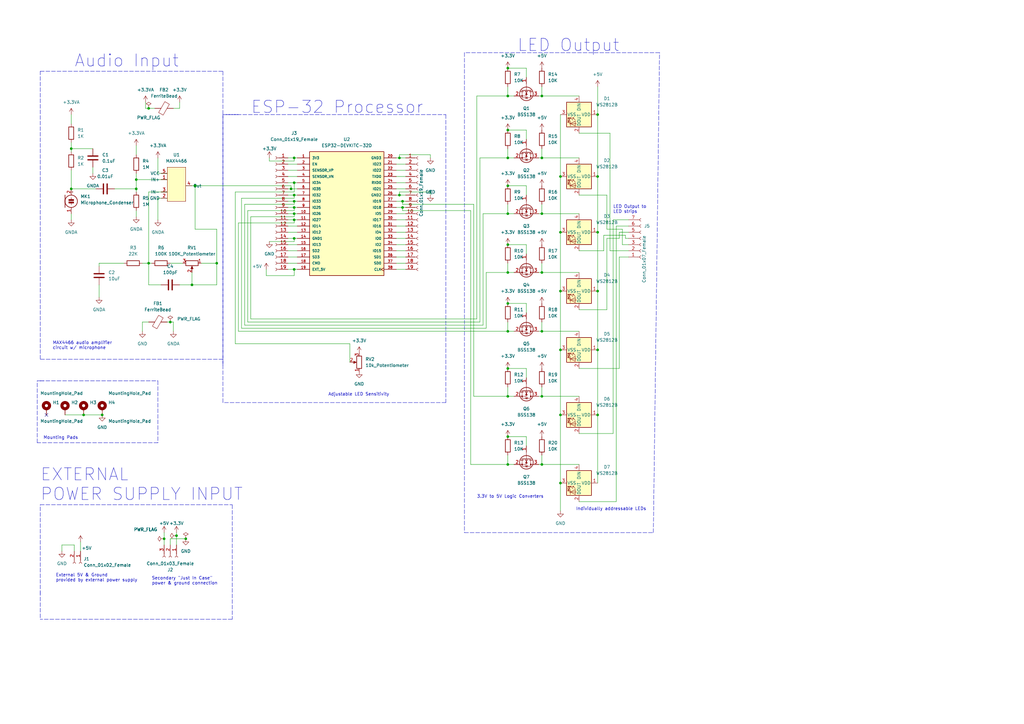
<source format=kicad_sch>
(kicad_sch (version 20211123) (generator eeschema)
  (paper "A3")
  (title_block (title "Smart Dance Party Tower") (date "2022-11-12") (rev "6") (company "Group 6") (comment 1 "Schematic could use more comments") (comment 2 "Electrically complete"))
  (lib_symbols
    (symbol "Connector:Conn_01x02_Female" (pin_names (offset 1.016) hide)
      (property "Reference" "J" (at 0 2.54 0))
      (property "Value" "Conn_01x02_Female" (at 0 -5.08 0))
      (symbol "Conn_01x02_Female_1_1"
        (pin passive line (at -5.08 0 0) (length 3.81) (name "Pin_1") (number "1"))
        (pin passive line (at -5.08 -2.54 0) (length 3.81) (name "Pin_2") (number "2"))
      )
    )
    (symbol "Connector:Conn_01x03_Female" (pin_names (offset 1.016) hide)
      (property "Reference" "J" (at 0 5.08 0))
      (property "Value" "Conn_01x03_Female" (at 0 -5.08 0))
      (symbol "Conn_01x03_Female_1_1"
        (pin passive line (at -5.08 2.54 0) (length 3.81) (name "Pin_1") (number "1"))
        (pin passive line (at -5.08 0 0) (length 3.81) (name "Pin_2") (number "2"))
        (pin passive line (at -5.08 -2.54 0) (length 3.81) (name "Pin_3") (number "3"))
      )
    )
    (symbol "Connector:Conn_01x07_Female" (pin_names (offset 1.016) hide)
      (property "Reference" "J" (at 0 10.16 0))
      (property "Value" "Conn_01x07_Female" (at 0 -10.16 0))
      (symbol "Conn_01x07_Female_1_1"
        (pin passive line (at -5.08 7.62 0) (length 3.81) (name "Pin_1") (number "1"))
        (pin passive line (at -5.08 5.08 0) (length 3.81) (name "Pin_2") (number "2"))
        (pin passive line (at -5.08 2.54 0) (length 3.81) (name "Pin_3") (number "3"))
        (pin passive line (at -5.08 0 0) (length 3.81) (name "Pin_4") (number "4"))
        (pin passive line (at -5.08 -2.54 0) (length 3.81) (name "Pin_5") (number "5"))
        (pin passive line (at -5.08 -5.08 0) (length 3.81) (name "Pin_6") (number "6"))
        (pin passive line (at -5.08 -7.62 0) (length 3.81) (name "Pin_7") (number "7"))
      )
    )
    (symbol "Connector:Conn_01x19_Female" (pin_names (offset 1.016) hide)
      (property "Reference" "J" (at 0 25.4 0))
      (property "Value" "Conn_01x19_Female" (at 0 -25.4 0))
      (symbol "Conn_01x19_Female_1_1"
        (pin passive line (at -5.08 22.86 0) (length 3.81) (name "Pin_1") (number "1"))
        (pin passive line (at -5.08 0 0) (length 3.81) (name "Pin_10") (number "10"))
        (pin passive line (at -5.08 -2.54 0) (length 3.81) (name "Pin_11") (number "11"))
        (pin passive line (at -5.08 -5.08 0) (length 3.81) (name "Pin_12") (number "12"))
        (pin passive line (at -5.08 -7.62 0) (length 3.81) (name "Pin_13") (number "13"))
        (pin passive line (at -5.08 -10.16 0) (length 3.81) (name "Pin_14") (number "14"))
        (pin passive line (at -5.08 -12.7 0) (length 3.81) (name "Pin_15") (number "15"))
        (pin passive line (at -5.08 -15.24 0) (length 3.81) (name "Pin_16") (number "16"))
        (pin passive line (at -5.08 -17.78 0) (length 3.81) (name "Pin_17") (number "17"))
        (pin passive line (at -5.08 -20.32 0) (length 3.81) (name "Pin_18") (number "18"))
        (pin passive line (at -5.08 -22.86 0) (length 3.81) (name "Pin_19") (number "19"))
        (pin passive line (at -5.08 20.32 0) (length 3.81) (name "Pin_2") (number "2"))
        (pin passive line (at -5.08 17.78 0) (length 3.81) (name "Pin_3") (number "3"))
        (pin passive line (at -5.08 15.24 0) (length 3.81) (name "Pin_4") (number "4"))
        (pin passive line (at -5.08 12.7 0) (length 3.81) (name "Pin_5") (number "5"))
        (pin passive line (at -5.08 10.16 0) (length 3.81) (name "Pin_6") (number "6"))
        (pin passive line (at -5.08 7.62 0) (length 3.81) (name "Pin_7") (number "7"))
        (pin passive line (at -5.08 5.08 0) (length 3.81) (name "Pin_8") (number "8"))
        (pin passive line (at -5.08 2.54 0) (length 3.81) (name "Pin_9") (number "9"))
      )
    )
    (symbol "Custom_Parts:MAX4466"
      (property "Reference" "U" (at 0 0 0))
      (property "Value" "MAX4466" (at 0 -16.51 0))
      (symbol "MAX4466_1_1"
        (pin input line (at -3.81 -6.35 180) (length 2.54) (name "IN+") (number "1"))
        (pin input line (at -3.81 -13.97 180) (length 2.54) (name "GND") (number "2"))
        (pin input line (at -3.81 -11.43 180) (length 2.54) (name "IN-") (number "3"))
        (pin output line (at 3.81 -8.89 0) (length 2.54) (name "Out") (number "4"))
        (pin input line (at -3.81 -3.81 180) (length 2.54) (name "VCC") (number "5"))
      )
    )
    (symbol "Device:C" (pin_numbers hide) (pin_names (offset 0.254))
      (property "Reference" "C" (at 0.635 2.54 0))
      (property "Value" "C" (at 0.635 -2.54 0))
      (symbol "C_1_1"
        (pin passive line (at 0 3.81 270) (length 2.794) (name "~") (number "1"))
        (pin passive line (at 0 -3.81 90) (length 2.794) (name "~") (number "2"))
      )
    )
    (symbol "Device:FerriteBead" (pin_numbers hide) (pin_names (offset 0))
      (property "Reference" "FB" (at -3.81 0.635 90))
      (property "Value" "FerriteBead" (at 3.81 0 90))
      (symbol "FerriteBead_1_1"
        (pin passive line (at 0 3.81 270) (length 2.54) (name "~") (number "1"))
        (pin passive line (at 0 -3.81 90) (length 2.54) (name "~") (number "2"))
      )
    )
    (symbol "Device:Microphone_Condenser" (pin_names (offset 0.0254) hide)
      (property "Reference" "MK" (at -3.302 1.27 0))
      (property "Value" "Microphone_Condenser" (at -3.302 -0.635 0))
      (symbol "Microphone_Condenser_1_1"
        (pin passive line (at 0 -5.08 90) (length 2.54) (name "-") (number "1"))
        (pin passive line (at 0 5.08 270) (length 2.54) (name "+") (number "2"))
      )
    )
    (symbol "Device:R" (pin_numbers hide) (pin_names (offset 0))
      (property "Reference" "R" (at 2.032 0 90))
      (property "Value" "R" (at 0 0 90))
      (symbol "R_1_1"
        (pin passive line (at 0 3.81 270) (length 1.27) (name "~") (number "1"))
        (pin passive line (at 0 -3.81 90) (length 1.27) (name "~") (number "2"))
      )
    )
    (symbol "Device:R_Potentiometer" (pin_names (offset 1.016) hide)
      (property "Reference" "RV" (at -4.445 0 90))
      (property "Value" "R_Potentiometer" (at -2.54 0 90))
      (symbol "R_Potentiometer_1_1"
        (pin passive line (at 0 3.81 270) (length 1.27) (name "1") (number "1"))
        (pin passive line (at 3.81 0 180) (length 1.27) (name "2") (number "2"))
        (pin passive line (at 0 -3.81 90) (length 1.27) (name "3") (number "3"))
      )
    )
    (symbol "ESP32-DEVKITC-32D:ESP32-DEVKITC-32D" (pin_names (offset 1.016))
      (property "Reference" "U" (at -15.2654 26.0604 0))
      (property "Value" "ESP32-DEVKITC-32D" (at -15.2654 -27.9654 0))
      (symbol "ESP32-DEVKITC-32D_0_0"
        (pin power_in line (at -20.32 22.86 0) (length 5.08) (name "3V3") (number "1"))
        (pin bidirectional line (at -20.32 0 0) (length 5.08) (name "IO26") (number "10"))
        (pin bidirectional line (at -20.32 -2.54 0) (length 5.08) (name "IO27") (number "11"))
        (pin bidirectional line (at -20.32 -5.08 0) (length 5.08) (name "IO14") (number "12"))
        (pin bidirectional line (at -20.32 -7.62 0) (length 5.08) (name "IO12") (number "13"))
        (pin power_in line (at -20.32 -10.16 0) (length 5.08) (name "GND1") (number "14"))
        (pin bidirectional line (at -20.32 -12.7 0) (length 5.08) (name "IO13") (number "15"))
        (pin bidirectional line (at -20.32 -15.24 0) (length 5.08) (name "SD2") (number "16"))
        (pin bidirectional line (at -20.32 -17.78 0) (length 5.08) (name "SD3") (number "17"))
        (pin bidirectional line (at -20.32 -20.32 0) (length 5.08) (name "CMD") (number "18"))
        (pin power_in line (at -20.32 -22.86 0) (length 5.08) (name "EXT_5V") (number "19"))
        (pin input line (at -20.32 20.32 0) (length 5.08) (name "EN") (number "2"))
        (pin power_in line (at 20.32 22.86 180) (length 5.08) (name "GND3") (number "20"))
        (pin bidirectional line (at 20.32 20.32 180) (length 5.08) (name "IO23") (number "21"))
        (pin bidirectional line (at 20.32 17.78 180) (length 5.08) (name "IO22") (number "22"))
        (pin output line (at 20.32 15.24 180) (length 5.08) (name "TXD0") (number "23"))
        (pin input line (at 20.32 12.7 180) (length 5.08) (name "RXD0") (number "24"))
        (pin bidirectional line (at 20.32 10.16 180) (length 5.08) (name "IO21") (number "25"))
        (pin power_in line (at 20.32 7.62 180) (length 5.08) (name "GND2") (number "26"))
        (pin bidirectional line (at 20.32 5.08 180) (length 5.08) (name "IO19") (number "27"))
        (pin bidirectional line (at 20.32 2.54 180) (length 5.08) (name "IO18") (number "28"))
        (pin bidirectional line (at 20.32 0 180) (length 5.08) (name "IO5") (number "29"))
        (pin input line (at -20.32 17.78 0) (length 5.08) (name "SENSOR_VP") (number "3"))
        (pin bidirectional line (at 20.32 -2.54 180) (length 5.08) (name "IO17") (number "30"))
        (pin bidirectional line (at 20.32 -5.08 180) (length 5.08) (name "IO16") (number "31"))
        (pin bidirectional line (at 20.32 -7.62 180) (length 5.08) (name "IO4") (number "32"))
        (pin bidirectional line (at 20.32 -10.16 180) (length 5.08) (name "IO0") (number "33"))
        (pin bidirectional line (at 20.32 -12.7 180) (length 5.08) (name "IO2") (number "34"))
        (pin bidirectional line (at 20.32 -15.24 180) (length 5.08) (name "IO15") (number "35"))
        (pin bidirectional line (at 20.32 -17.78 180) (length 5.08) (name "SD1") (number "36"))
        (pin bidirectional line (at 20.32 -20.32 180) (length 5.08) (name "SD0") (number "37"))
        (pin input clock (at 20.32 -22.86 180) (length 5.08) (name "CLK") (number "38"))
        (pin input line (at -20.32 15.24 0) (length 5.08) (name "SENSOR_VN") (number "4"))
        (pin bidirectional line (at -20.32 12.7 0) (length 5.08) (name "IO34") (number "5"))
        (pin bidirectional line (at -20.32 10.16 0) (length 5.08) (name "IO35") (number "6"))
        (pin bidirectional line (at -20.32 7.62 0) (length 5.08) (name "IO32") (number "7"))
        (pin bidirectional line (at -20.32 5.08 0) (length 5.08) (name "IO33") (number "8"))
        (pin bidirectional line (at -20.32 2.54 0) (length 5.08) (name "IO25") (number "9"))
      )
    )
    (symbol "LED:WS2812B" (pin_names (offset 0.254))
      (property "Reference" "D" (at 5.08 5.715 0))
      (property "Value" "WS2812B" (at 1.27 -5.715 0))
      (symbol "WS2812B_0_0"
        (text "RGB" (at 2.286 -4.191 0) (effects (font (size 0.762 0.762))))
      )
      (symbol "WS2812B_1_1"
        (pin power_in line (at 0 7.62 270) (length 2.54) (name "VDD") (number "1"))
        (pin output line (at 7.62 0 180) (length 2.54) (name "DOUT") (number "2"))
        (pin power_in line (at 0 -7.62 90) (length 2.54) (name "VSS") (number "3"))
        (pin input line (at -7.62 0 0) (length 2.54) (name "DIN") (number "4"))
      )
    )
    (symbol "Mechanical:MountingHole_Pad" (pin_numbers hide) (pin_names (offset 1.016) hide)
      (property "Reference" "H" (at 0 6.35 0))
      (property "Value" "MountingHole_Pad" (at 0 4.445 0))
      (symbol "MountingHole_Pad_1_1"
        (pin input line (at 0 -2.54 90) (length 2.54) (name "1") (number "1"))
      )
    )
    (symbol "Transistor_FET:BSS138" (pin_names hide)
      (property "Reference" "Q" (at 5.08 1.905 0))
      (property "Value" "BSS138" (at 5.08 0 0))
      (symbol "BSS138_1_1"
        (pin input line (at -5.08 0 0) (length 2.54) (name "G") (number "1"))
        (pin passive line (at 2.54 -5.08 90) (length 2.54) (name "S") (number "2"))
        (pin passive line (at 2.54 5.08 270) (length 2.54) (name "D") (number "3"))
      )
    )
    (symbol "power:+3.3V" (power) (pin_names (offset 0))
      (property "Value" "+3.3V" (at 0 3.556 0))
      (symbol "+3.3V_1_1"
        (pin power_in line (at 0 0 90) (length 0) hide (name "+3.3V") (number "1"))
      )
    )
    (symbol "power:+3.3VA" (power) (pin_names (offset 0))
      (property "Value" "+3.3VA" (at 0 3.556 0))
      (symbol "+3.3VA_1_1"
        (pin power_in line (at 0 0 90) (length 0) hide (name "+3.3VA") (number "1"))
      )
    )
    (symbol "power:+5V" (power) (pin_names (offset 0))
      (property "Value" "+5V" (at 0 3.556 0))
      (symbol "+5V_1_1"
        (pin power_in line (at 0 0 90) (length 0) hide (name "+5V") (number "1"))
      )
    )
    (symbol "power:GND" (power) (pin_names (offset 0))
      (property "Value" "GND" (at 0 -3.81 0))
      (symbol "GND_1_1"
        (pin power_in line (at 0 0 270) (length 0) hide (name "GND") (number "1"))
      )
    )
    (symbol "power:GNDA" (power) (pin_names (offset 0))
      (property "Value" "GNDA" (at 0 -3.81 0))
      (symbol "GNDA_1_1"
        (pin power_in line (at 0 0 270) (length 0) hide (name "GNDA") (number "1"))
      )
    )
    (symbol "power:PWR_FLAG" (power) (pin_numbers hide) (pin_names (offset 0) hide)
      (property "Value" "PWR_FLAG" (at 0 3.81 0))
      (symbol "PWR_FLAG_0_0"
        (pin power_out line (at 0 0 90) (length 0) (name "pwr") (number "1"))
      )
    )
  )
  (junction (at 229.87 170.18))
  (junction (at 208.28 39.37))
  (junction (at 163.83 64.77))
  (junction (at 245.11 170.18))
  (junction (at 208.28 87.63))
  (junction (at 222.25 162.56))
  (junction (at 208.28 53.34))
  (junction (at 34.29 170.18))
  (junction (at 163.83 80.01))
  (junction (at 222.25 135.89))
  (junction (at 208.28 111.76))
  (junction (at 29.21 60.96))
  (junction (at 222.25 87.63))
  (junction (at 69.85 132.08))
  (junction (at 208.28 100.33))
  (junction (at 229.87 119.38))
  (junction (at 80.01 76.2))
  (junction (at 208.28 151.13))
  (junction (at 208.28 135.89))
  (junction (at 78.74 116.84))
  (junction (at 208.28 27.94))
  (junction (at 229.87 198.12))
  (junction (at 120.65 87.63))
  (junction (at 245.11 72.39))
  (junction (at 120.65 80.01))
  (junction (at 120.65 85.09))
  (junction (at 229.87 72.39))
  (junction (at 41.91 170.18))
  (junction (at 76.2 220.98))
  (junction (at 245.11 143.51))
  (junction (at 165.1 85.09))
  (junction (at 222.25 190.5))
  (junction (at 245.11 46.99))
  (junction (at 222.25 111.76))
  (junction (at 120.65 110.49))
  (junction (at 120.65 74.93))
  (junction (at 208.28 179.07))
  (junction (at 88.9 107.95))
  (junction (at 165.1 82.55))
  (junction (at 119.38 77.47))
  (junction (at 72.39 219.71))
  (junction (at 120.65 97.79))
  (junction (at 245.11 95.25))
  (junction (at 208.28 64.77))
  (junction (at 245.11 119.38))
  (junction (at 29.21 77.47))
  (junction (at 229.87 143.51))
  (junction (at 55.88 77.47))
  (junction (at 208.28 124.46))
  (junction (at 55.88 73.66))
  (junction (at 222.25 64.77))
  (junction (at 60.96 107.95))
  (junction (at 120.65 82.55))
  (junction (at 208.28 76.2))
  (junction (at 120.65 64.77))
  (junction (at 67.31 220.98))
  (junction (at 60.96 44.45))
  (junction (at 208.28 162.56))
  (junction (at 208.28 190.5))
  (junction (at 229.87 95.25))
  (junction (at 120.65 90.17))
  (junction (at 222.25 39.37))
  (no_connect (at 19.05 170.18))
  (wire (pts (xy 38.1 68.58) (xy 38.1 71.12)))
  (wire (pts (xy 215.9 57.15) (xy 215.9 53.34)))
  (wire (pts (xy 222.25 135.89) (xy 222.25 132.08)))
  (wire (pts (xy 118.11 72.39) (xy 121.92 72.39)))
  (wire (pts (xy 97.79 135.89) (xy 97.79 91.44)))
  (wire (pts (xy 102.87 88.9) (xy 120.65 88.9)))
  (wire (pts (xy 120.65 99.06) (xy 110.49 99.06)))
  (wire (pts (xy 120.65 81.28) (xy 120.65 80.01)))
  (wire (pts (xy 237.49 177.8) (xy 251.46 177.8)))
  (wire (pts (xy 215.9 128.27) (xy 215.9 124.46)))
  (wire (pts (xy 101.6 86.36) (xy 120.65 86.36)))
  (wire (pts (xy 245.11 170.18) (xy 245.11 198.12)))
  (wire (pts (xy 208.28 87.63) (xy 208.28 83.82)))
  (wire (pts (xy 88.9 107.95) (xy 82.55 107.95)))
  (wire (pts (xy 222.25 162.56) (xy 237.49 162.56)))
  (wire (pts (xy 118.11 107.95) (xy 121.92 107.95)))
  (wire (pts (xy 118.11 82.55) (xy 120.65 82.55)))
  (wire (pts (xy 251.46 90.17) (xy 251.46 177.8)))
  (wire (pts (xy 162.56 82.55) (xy 165.1 82.55)))
  (wire (pts (xy 199.39 111.76) (xy 199.39 134.62)))
  (wire (pts (xy 215.9 182.88) (xy 215.9 179.07)))
  (wire (pts (xy 80.01 93.98) (xy 88.9 93.98)))
  (polyline (pts (xy 95.25 207.01) (xy 95.25 254)))
  (wire (pts (xy 229.87 95.25) (xy 229.87 119.38)))
  (wire (pts (xy 60.96 107.95) (xy 62.23 107.95)))
  (wire (pts (xy 64.77 64.77) (xy 64.77 71.12)))
  (wire (pts (xy 162.56 85.09) (xy 165.1 85.09)))
  (wire (pts (xy 237.49 80.01) (xy 248.92 80.01)))
  (wire (pts (xy 118.11 110.49) (xy 120.65 110.49)))
  (wire (pts (xy 120.65 110.49) (xy 120.65 113.03)))
  (wire (pts (xy 162.56 92.71) (xy 166.37 92.71)))
  (polyline (pts (xy 16.51 243.84) (xy 16.51 207.01)))
  (wire (pts (xy 120.65 85.09) (xy 121.92 85.09)))
  (wire (pts (xy 222.25 190.5) (xy 237.49 190.5)))
  (wire (pts (xy 229.87 46.99) (xy 229.87 72.39)))
  (wire (pts (xy 118.11 97.79) (xy 120.65 97.79)))
  (wire (pts (xy 163.83 78.74) (xy 163.83 80.01)))
  (wire (pts (xy 162.56 80.01) (xy 163.83 80.01)))
  (wire (pts (xy 247.65 96.52) (xy 247.65 102.87)))
  (wire (pts (xy 30.48 226.06) (xy 30.48 223.52)))
  (wire (pts (xy 118.11 64.77) (xy 120.65 64.77)))
  (wire (pts (xy 88.9 107.95) (xy 88.9 116.84)))
  (wire (pts (xy 118.11 105.41) (xy 121.92 105.41)))
  (wire (pts (xy 222.25 87.63) (xy 237.49 87.63)))
  (wire (pts (xy 162.56 95.25) (xy 166.37 95.25)))
  (wire (pts (xy 176.53 64.77) (xy 176.53 63.5)))
  (polyline (pts (xy 16.51 242.57) (xy 16.51 254)))
  (wire (pts (xy 118.11 77.47) (xy 119.38 77.47)))
  (wire (pts (xy 97.79 91.44) (xy 120.65 91.44)))
  (wire (pts (xy 245.11 143.51) (xy 245.11 170.18)))
  (wire (pts (xy 165.1 82.55) (xy 166.37 82.55)))
  (wire (pts (xy 248.92 80.01) (xy 248.92 93.98)))
  (wire (pts (xy 64.77 90.17) (xy 64.77 81.28)))
  (wire (pts (xy 176.53 78.74) (xy 163.83 78.74)))
  (wire (pts (xy 102.87 130.81) (xy 102.87 88.9)))
  (wire (pts (xy 58.42 132.08) (xy 58.42 135.89)))
  (wire (pts (xy 67.31 218.44) (xy 67.31 220.98)))
  (polyline (pts (xy 16.51 147.32) (xy 16.51 29.21)))
  (wire (pts (xy 40.64 116.84) (xy 40.64 121.92)))
  (wire (pts (xy 245.11 72.39) (xy 245.11 95.25)))
  (wire (pts (xy 120.65 90.17) (xy 121.92 90.17)))
  (polyline (pts (xy 182.88 165.1) (xy 91.44 165.1)))
  (wire (pts (xy 162.56 64.77) (xy 163.83 64.77)))
  (wire (pts (xy 210.82 111.76) (xy 208.28 111.76)))
  (wire (pts (xy 55.88 71.12) (xy 55.88 73.66)))
  (wire (pts (xy 176.53 80.01) (xy 176.53 78.74)))
  (wire (pts (xy 194.31 162.56) (xy 194.31 83.82)))
  (wire (pts (xy 162.56 69.85) (xy 166.37 69.85)))
  (wire (pts (xy 64.77 71.12) (xy 68.58 71.12)))
  (wire (pts (xy 78.74 116.84) (xy 78.74 111.76)))
  (wire (pts (xy 29.21 46.99) (xy 29.21 50.8)))
  (polyline (pts (xy 270.51 21.59) (xy 190.5 21.59)))
  (wire (pts (xy 109.22 113.03) (xy 109.22 110.49)))
  (wire (pts (xy 215.9 76.2) (xy 208.28 76.2)))
  (wire (pts (xy 72.39 218.44) (xy 72.39 219.71)))
  (wire (pts (xy 162.56 90.17) (xy 166.37 90.17)))
  (wire (pts (xy 66.04 116.84) (xy 60.96 116.84)))
  (wire (pts (xy 229.87 143.51) (xy 229.87 170.18)))
  (wire (pts (xy 220.98 87.63) (xy 222.25 87.63)))
  (wire (pts (xy 165.1 86.36) (xy 165.1 85.09)))
  (wire (pts (xy 162.56 105.41) (xy 166.37 105.41)))
  (wire (pts (xy 162.56 74.93) (xy 166.37 74.93)))
  (wire (pts (xy 118.11 74.93) (xy 120.65 74.93)))
  (polyline (pts (xy 267.97 218.44) (xy 270.51 21.59)))
  (wire (pts (xy 96.52 78.74) (xy 120.65 78.74)))
  (wire (pts (xy 60.96 132.08) (xy 58.42 132.08)))
  (wire (pts (xy 215.9 53.34) (xy 208.28 53.34)))
  (wire (pts (xy 120.65 64.77) (xy 121.92 64.77)))
  (wire (pts (xy 222.25 39.37) (xy 222.25 35.56)))
  (wire (pts (xy 162.56 100.33) (xy 166.37 100.33)))
  (wire (pts (xy 215.9 179.07) (xy 208.28 179.07)))
  (wire (pts (xy 120.65 80.01) (xy 121.92 80.01)))
  (polyline (pts (xy 15.24 181.61) (xy 15.24 156.21)))
  (wire (pts (xy 237.49 127) (xy 248.92 127)))
  (wire (pts (xy 120.65 97.79) (xy 121.92 97.79)))
  (wire (pts (xy 50.8 107.95) (xy 40.64 107.95)))
  (wire (pts (xy 118.11 90.17) (xy 120.65 90.17)))
  (wire (pts (xy 59.69 44.45) (xy 59.69 41.91)))
  (wire (pts (xy 69.85 220.98) (xy 76.2 220.98)))
  (wire (pts (xy 76.2 76.2) (xy 80.01 76.2)))
  (wire (pts (xy 215.9 27.94) (xy 208.28 27.94)))
  (wire (pts (xy 220.98 64.77) (xy 222.25 64.77)))
  (wire (pts (xy 193.04 86.36) (xy 165.1 86.36)))
  (wire (pts (xy 195.58 39.37) (xy 208.28 39.37)))
  (polyline (pts (xy 95.25 254) (xy 16.51 254)))
  (wire (pts (xy 208.28 162.56) (xy 208.28 158.75)))
  (wire (pts (xy 210.82 135.89) (xy 208.28 135.89)))
  (wire (pts (xy 229.87 72.39) (xy 229.87 95.25)))
  (wire (pts (xy 229.87 170.18) (xy 229.87 198.12)))
  (polyline (pts (xy 16.51 156.21) (xy 64.77 156.21)))
  (wire (pts (xy 119.38 77.47) (xy 121.92 77.47)))
  (wire (pts (xy 55.88 73.66) (xy 68.58 73.66)))
  (wire (pts (xy 163.83 63.5) (xy 163.83 64.77)))
  (wire (pts (xy 46.99 77.47) (xy 55.88 77.47)))
  (polyline (pts (xy 91.44 29.21) (xy 91.44 149.86)))
  (wire (pts (xy 208.28 190.5) (xy 208.28 186.69)))
  (wire (pts (xy 118.11 85.09) (xy 120.65 85.09)))
  (wire (pts (xy 198.12 87.63) (xy 208.28 87.63)))
  (wire (pts (xy 162.56 72.39) (xy 166.37 72.39)))
  (wire (pts (xy 245.11 46.99) (xy 245.11 72.39)))
  (wire (pts (xy 80.01 76.2) (xy 119.38 76.2)))
  (wire (pts (xy 251.46 90.17) (xy 257.81 90.17)))
  (wire (pts (xy 196.85 132.08) (xy 101.6 132.08)))
  (wire (pts (xy 118.11 102.87) (xy 121.92 102.87)))
  (wire (pts (xy 119.38 76.2) (xy 119.38 77.47)))
  (wire (pts (xy 120.65 86.36) (xy 120.65 85.09)))
  (polyline (pts (xy 15.24 156.21) (xy 17.78 156.21)))
  (wire (pts (xy 248.92 97.79) (xy 254 97.79)))
  (wire (pts (xy 247.65 96.52) (xy 256.54 96.52)))
  (wire (pts (xy 80.01 76.2) (xy 80.01 93.98)))
  (wire (pts (xy 210.82 87.63) (xy 208.28 87.63)))
  (wire (pts (xy 118.11 69.85) (xy 121.92 69.85)))
  (wire (pts (xy 110.49 66.04) (xy 120.65 66.04)))
  (wire (pts (xy 88.9 93.98) (xy 88.9 107.95)))
  (wire (pts (xy 143.51 148.59) (xy 143.51 140.97)))
  (wire (pts (xy 222.25 64.77) (xy 237.49 64.77)))
  (wire (pts (xy 208.28 162.56) (xy 194.31 162.56)))
  (wire (pts (xy 29.21 77.47) (xy 39.37 77.47)))
  (wire (pts (xy 250.19 54.61) (xy 250.19 102.87)))
  (wire (pts (xy 100.33 133.35) (xy 100.33 83.82)))
  (wire (pts (xy 195.58 130.81) (xy 102.87 130.81)))
  (wire (pts (xy 198.12 87.63) (xy 198.12 133.35)))
  (wire (pts (xy 118.11 100.33) (xy 121.92 100.33)))
  (wire (pts (xy 162.56 67.31) (xy 166.37 67.31)))
  (wire (pts (xy 55.88 59.69) (xy 55.88 63.5)))
  (wire (pts (xy 162.56 107.95) (xy 166.37 107.95)))
  (wire (pts (xy 198.12 133.35) (xy 100.33 133.35)))
  (wire (pts (xy 118.11 87.63) (xy 120.65 87.63)))
  (wire (pts (xy 96.52 140.97) (xy 96.52 78.74)))
  (wire (pts (xy 55.88 77.47) (xy 55.88 78.74)))
  (wire (pts (xy 143.51 140.97) (xy 96.52 140.97)))
  (wire (pts (xy 99.06 81.28) (xy 120.65 81.28)))
  (wire (pts (xy 255.27 100.33) (xy 257.81 100.33)))
  (polyline (pts (xy 190.5 218.44) (xy 267.97 218.44)))
  (wire (pts (xy 208.28 190.5) (xy 210.82 190.5)))
  (wire (pts (xy 254 105.41) (xy 257.81 105.41)))
  (wire (pts (xy 229.87 119.38) (xy 229.87 143.51)))
  (wire (pts (xy 220.98 135.89) (xy 222.25 135.89)))
  (wire (pts (xy 229.87 198.12) (xy 229.87 209.55)))
  (wire (pts (xy 120.65 78.74) (xy 120.65 74.93)))
  (wire (pts (xy 222.25 64.77) (xy 222.25 60.96)))
  (wire (pts (xy 30.48 223.52) (xy 25.4 223.52)))
  (wire (pts (xy 110.49 64.77) (xy 110.49 66.04)))
  (wire (pts (xy 245.11 95.25) (xy 245.11 119.38)))
  (wire (pts (xy 97.79 135.89) (xy 208.28 135.89)))
  (wire (pts (xy 256.54 97.79) (xy 257.81 97.79)))
  (polyline (pts (xy 16.51 29.21) (xy 91.44 29.21)))
  (wire (pts (xy 165.1 83.82) (xy 165.1 82.55)))
  (wire (pts (xy 220.98 111.76) (xy 222.25 111.76)))
  (wire (pts (xy 237.49 54.61) (xy 250.19 54.61)))
  (wire (pts (xy 162.56 102.87) (xy 166.37 102.87)))
  (wire (pts (xy 163.83 64.77) (xy 166.37 64.77)))
  (wire (pts (xy 69.85 132.08) (xy 68.58 132.08)))
  (wire (pts (xy 215.9 104.14) (xy 215.9 100.33)))
  (wire (pts (xy 199.39 134.62) (xy 99.06 134.62)))
  (wire (pts (xy 29.21 58.42) (xy 29.21 60.96)))
  (wire (pts (xy 68.58 78.74) (xy 60.96 78.74)))
  (wire (pts (xy 73.66 116.84) (xy 78.74 116.84)))
  (wire (pts (xy 250.19 102.87) (xy 257.81 102.87)))
  (wire (pts (xy 220.98 162.56) (xy 222.25 162.56)))
  (wire (pts (xy 73.66 41.91) (xy 73.66 44.45)))
  (wire (pts (xy 26.67 170.18) (xy 34.29 170.18)))
  (wire (pts (xy 118.11 67.31) (xy 121.92 67.31)))
  (wire (pts (xy 100.33 83.82) (xy 120.65 83.82)))
  (wire (pts (xy 165.1 85.09) (xy 166.37 85.09)))
  (wire (pts (xy 222.25 190.5) (xy 222.25 186.69)))
  (wire (pts (xy 208.28 64.77) (xy 208.28 60.96)))
  (polyline (pts (xy 92.71 46.99) (xy 182.88 46.99)))
  (wire (pts (xy 29.21 60.96) (xy 29.21 62.23)))
  (wire (pts (xy 222.25 162.56) (xy 222.25 158.75)))
  (wire (pts (xy 256.54 96.52) (xy 256.54 97.79)))
  (wire (pts (xy 120.65 113.03) (xy 109.22 113.03)))
  (wire (pts (xy 196.85 64.77) (xy 208.28 64.77)))
  (wire (pts (xy 255.27 93.98) (xy 255.27 100.33)))
  (wire (pts (xy 72.39 219.71) (xy 72.39 223.52)))
  (wire (pts (xy 193.04 86.36) (xy 193.04 190.5)))
  (wire (pts (xy 120.65 83.82) (xy 120.65 82.55)))
  (wire (pts (xy 215.9 31.75) (xy 215.9 27.94)))
  (wire (pts (xy 210.82 64.77) (xy 208.28 64.77)))
  (wire (pts (xy 210.82 39.37) (xy 208.28 39.37)))
  (polyline (pts (xy 190.5 21.59) (xy 190.5 218.44)))
  (wire (pts (xy 195.58 39.37) (xy 195.58 130.81)))
  (wire (pts (xy 215.9 154.94) (xy 215.9 151.13)))
  (wire (pts (xy 120.65 87.63) (xy 121.92 87.63)))
  (wire (pts (xy 120.65 97.79) (xy 120.65 99.06)))
  (wire (pts (xy 69.85 107.95) (xy 74.93 107.95)))
  (polyline (pts (xy 64.77 181.61) (xy 15.24 181.61)))
  (polyline (pts (xy 91.44 165.1) (xy 91.44 46.99)))
  (wire (pts (xy 254 151.13) (xy 254 105.41)))
  (wire (pts (xy 67.31 220.98) (xy 67.31 223.52)))
  (wire (pts (xy 215.9 80.01) (xy 215.9 76.2)))
  (wire (pts (xy 248.92 93.98) (xy 255.27 93.98)))
  (wire (pts (xy 222.25 111.76) (xy 237.49 111.76)))
  (wire (pts (xy 196.85 64.77) (xy 196.85 132.08)))
  (wire (pts (xy 118.11 80.01) (xy 120.65 80.01)))
  (wire (pts (xy 176.53 63.5) (xy 163.83 63.5)))
  (wire (pts (xy 254 95.25) (xy 257.81 95.25)))
  (wire (pts (xy 248.92 127) (xy 248.92 97.79)))
  (wire (pts (xy 162.56 110.49) (xy 166.37 110.49)))
  (wire (pts (xy 194.31 83.82) (xy 165.1 83.82)))
  (wire (pts (xy 118.11 95.25) (xy 121.92 95.25)))
  (wire (pts (xy 245.11 119.38) (xy 245.11 143.51)))
  (wire (pts (xy 163.83 80.01) (xy 166.37 80.01)))
  (wire (pts (xy 58.42 107.95) (xy 60.96 107.95)))
  (polyline (pts (xy 64.77 156.21) (xy 64.77 181.61)))
  (wire (pts (xy 162.56 87.63) (xy 166.37 87.63)))
  (wire (pts (xy 118.11 92.71) (xy 121.92 92.71)))
  (wire (pts (xy 215.9 151.13) (xy 208.28 151.13)))
  (wire (pts (xy 252.73 92.71) (xy 257.81 92.71)))
  (wire (pts (xy 120.65 74.93) (xy 121.92 74.93)))
  (polyline (pts (xy 182.88 46.99) (xy 182.88 165.1)))
  (wire (pts (xy 69.85 223.52) (xy 69.85 220.98)))
  (wire (pts (xy 208.28 135.89) (xy 208.28 132.08)))
  (wire (pts (xy 99.06 134.62) (xy 99.06 81.28)))
  (wire (pts (xy 222.25 39.37) (xy 237.49 39.37)))
  (wire (pts (xy 60.96 78.74) (xy 60.96 107.95)))
  (wire (pts (xy 120.65 88.9) (xy 120.65 87.63)))
  (wire (pts (xy 120.65 82.55) (xy 121.92 82.55)))
  (wire (pts (xy 101.6 132.08) (xy 101.6 86.36)))
  (wire (pts (xy 220.98 39.37) (xy 222.25 39.37)))
  (wire (pts (xy 120.65 66.04) (xy 120.65 64.77)))
  (wire (pts (xy 71.12 135.89) (xy 71.12 132.08)))
  (wire (pts (xy 29.21 60.96) (xy 38.1 60.96)))
  (wire (pts (xy 252.73 92.71) (xy 252.73 205.74)))
  (wire (pts (xy 40.64 107.95) (xy 40.64 109.22)))
  (wire (pts (xy 199.39 111.76) (xy 208.28 111.76)))
  (wire (pts (xy 245.11 35.56) (xy 245.11 46.99)))
  (wire (pts (xy 64.77 81.28) (xy 68.58 81.28)))
  (wire (pts (xy 55.88 77.47) (xy 55.88 73.66)))
  (wire (pts (xy 222.25 111.76) (xy 222.25 107.95)))
  (wire (pts (xy 162.56 97.79) (xy 166.37 97.79)))
  (wire (pts (xy 73.66 44.45) (xy 71.12 44.45)))
  (wire (pts (xy 222.25 87.63) (xy 222.25 83.82)))
  (wire (pts (xy 60.96 44.45) (xy 59.69 44.45)))
  (polyline (pts (xy 16.51 207.01) (xy 95.25 207.01)))
  (wire (pts (xy 210.82 162.56) (xy 208.28 162.56)))
  (wire (pts (xy 162.56 77.47) (xy 166.37 77.47)))
  (wire (pts (xy 208.28 39.37) (xy 208.28 35.56)))
  (wire (pts (xy 254 97.79) (xy 254 95.25)))
  (wire (pts (xy 29.21 87.63) (xy 29.21 90.17)))
  (wire (pts (xy 193.04 190.5) (xy 208.28 190.5)))
  (wire (pts (xy 29.21 69.85) (xy 29.21 77.47)))
  (wire (pts (xy 120.65 91.44) (xy 120.65 90.17)))
  (polyline (pts (xy 91.44 147.32) (xy 16.51 147.32)))
  (wire (pts (xy 60.96 116.84) (xy 60.96 107.95)))
  (wire (pts (xy 120.65 110.49) (xy 121.92 110.49)))
  (wire (pts (xy 25.4 223.52) (xy 25.4 226.06)))
  (wire (pts (xy 208.28 111.76) (xy 208.28 107.95)))
  (wire (pts (xy 71.12 132.08) (xy 69.85 132.08)))
  (wire (pts (xy 33.02 222.25) (xy 33.02 226.06)))
  (wire (pts (xy 88.9 116.84) (xy 78.74 116.84)))
  (wire (pts (xy 215.9 100.33) (xy 208.28 100.33)))
  (wire (pts (xy 222.25 135.89) (xy 237.49 135.89)))
  (wire (pts (xy 215.9 124.46) (xy 208.28 124.46)))
  (wire (pts (xy 220.98 190.5) (xy 222.25 190.5)))
  (wire (pts (xy 55.88 86.36) (xy 55.88 88.9)))
  (wire (pts (xy 63.5 44.45) (xy 60.96 44.45)))
  (wire (pts (xy 34.29 170.18) (xy 41.91 170.18)))
  (polyline (pts (xy 91.44 46.99) (xy 97.79 46.99)))
  (wire (pts (xy 237.49 102.87) (xy 247.65 102.87)))
  (wire (pts (xy 237.49 151.13) (xy 254 151.13)))
  (wire (pts (xy 237.49 205.74) (xy 252.73 205.74)))
  (text "EXTERNAL \nPOWER SUPPLY INPUT" (at 16.51 205.74 0) (effects (font (size 5 5)) (justify left bottom)))
  (text "MAX4466 audio amplifier \ncircuit w/ microphone" (at 21.59 143.51 0) (effects (font (size 1.27 1.27)) (justify left bottom)))
  (text "External 5V & Ground \nprovided by external power supply" (at 22.86 238.76 0) (effects (font (size 1.27 1.27)) (justify left bottom)))
  (text "LED Output" (at 212.09 21.59 0) (effects (font (size 5 5)) (justify left bottom)))
  (text "ESP-32 Processor" (at 102.87 46.99 0) (effects (font (size 5 5)) (justify left bottom)))
  (text "Individually addressable LEDs" (at 236.22 209.55 0) (effects (font (size 1.27 1.27)) (justify left bottom)))
  (text "Adjustable LED Sensitivity" (at 134.62 162.56 0) (effects (font (size 1.27 1.27)) (justify left bottom)))
  (text "Audio Input" (at 30.48 27.94 0) (effects (font (size 5 5)) (justify left bottom)))
  (text "3.3V to 5V Logic Converters" (at 195.58 204.47 0) (effects (font (size 1.27 1.27)) (justify left bottom)))
  (text "Mounting Pads" (at 17.78 180.34 0) (effects (font (size 1.27 1.27)) (justify left bottom)))
  (text "Secondary \"Just In Case\" \npower & ground connection" (at 62.23 240.03 0) (effects (font (size 1.27 1.27)) (justify left bottom)))
  (text "LED Output to \nLED strips\n" (at 251.46 87.63 0) (effects (font (size 1.27 1.27)) (justify left bottom)))
  (symbol (lib_id "power:+5V") (at 109.22 110.49 0) (unit 1)
    (property "Reference" "#PWR019" (effects hide))
    (property "Value" "+5V" (at 105.41 109.22 0))
  )
  (symbol (lib_id "Device:R") (at 208.28 154.94 0) (unit 1)
    (property "Reference" "R12" (at 210.82 153.6699 0) (effects (justify left)))
    (property "Value" "10K" (at 210.82 156.2099 0) (effects (justify left)))
    (property "Footprint" "Resistor_SMD:R_0805_2012Metric" (effects hide))
  )
  (symbol (lib_id "LED:WS2812B") (at 237.49 198.12 270) (unit 1)
    (property "Reference" "D7" (at 248.92 191.5412 90))
    (property "Value" "WS2812B" (at 248.92 194.0812 90))
    (property "Footprint" "LED_SMD:LED_WS2812B_PLCC4_5.0x5.0mm_P3.2mm" (effects hide))
    (property "Datasheet" "https://cdn-shop.adafruit.com/datasheets/WS2812B.pdf" (effects hide))
  )
  (symbol (lib_id "power:GND") (at 229.87 209.55 0) (unit 1)
    (property "Reference" "#PWR040" (effects hide))
    (property "Value" "GND" (at 229.87 214.63 0))
  )
  (symbol (lib_id "Mechanical:MountingHole_Pad") (at 19.05 167.64 0) (unit 1)
    (property "Reference" "H1" (at 21.59 165.0999 0) (effects (justify left)))
    (property "Value" "MountingHole_Pad" (at 16.51 172.72 0) (effects (justify left)))
    (property "Footprint" "MountingHole:MountingHole_2.2mm_M2_Pad" (effects hide))
  )
  (symbol (lib_id "Device:C") (at 69.85 116.84 90) (unit 1)
    (property "Reference" "C4" (at 69.85 109.22 90))
    (property "Value" "100pF" (at 69.85 111.76 90))
    (property "Footprint" "Capacitor_SMD:C_0603_1608Metric" (effects hide))
  )
  (symbol (lib_id "power:PWR_FLAG") (at 69.85 132.08 0) (unit 1)
    (property "Reference" "#FLG02" (effects hide))
    (property "Value" "PWR_FLAG" (at 77.47 130.81 0))
  )
  (symbol (lib_id "power:+3.3V") (at 208.28 179.07 0) (unit 1)
    (property "Reference" "#PWR032" (effects hide))
    (property "Value" "+3.3V" (at 208.28 173.99 0))
  )
  (symbol (lib_id "Transistor_FET:BSS138") (at 215.9 85.09 270) (unit 1)
    (property "Reference" "Q3" (at 215.9 92.71 90))
    (property "Value" "BSS138" (at 215.9 95.25 90))
    (property "Footprint" "Package_TO_SOT_SMD:SOT-23" (effects hide))
    (property "Datasheet" "https://www.onsemi.com/pub/Collateral/BSS138-D.PDF" (effects hide))
  )
  (symbol (lib_id "power:GND") (at 176.53 80.01 0) (unit 1)
    (property "Reference" "#PWR025" (effects hide))
    (property "Value" "GND" (at 176.53 78.74 0))
  )
  (symbol (lib_id "power:PWR_FLAG") (at 72.39 219.71 90) (unit 1)
    (property "Reference" "#FLG0103" (effects hide))
    (property "Value" "PWR_FLAG" (at 59.69 217.17 90))
  )
  (symbol (lib_id "power:+5V") (at 67.31 218.44 0) (unit 1)
    (property "Reference" "#PWR014" (effects hide))
    (property "Value" "+5V" (at 67.31 214.63 0))
  )
  (symbol (lib_id "Device:R") (at 222.25 80.01 0) (unit 1)
    (property "Reference" "R16" (at 224.79 78.7399 0) (effects (justify left)))
    (property "Value" "10K" (at 224.79 81.2799 0) (effects (justify left)))
    (property "Footprint" "Resistor_SMD:R_0805_2012Metric" (effects hide))
  )
  (symbol (lib_id "ESP32-DEVKITC-32D:ESP32-DEVKITC-32D") (at 142.24 87.63 0) (unit 1)
    (property "Reference" "U2" (at 142.24 57.15 0))
    (property "Value" "ESP32-DEVKITC-32D" (at 142.24 59.69 0))
    (property "Footprint" "Downloads:MODULE_ESP32-DEVKITC-32D" (effects hide))
    (property "PARTREV" "4" (effects hide))
    (property "MANUFACTURER" "Espressif Systems" (effects hide))
  )
  (symbol (lib_id "Device:R") (at 54.61 107.95 90) (unit 1)
    (property "Reference" "R3" (at 54.61 101.6 90))
    (property "Value" "22K" (at 54.61 104.14 90))
    (property "Footprint" "Resistor_SMD:R_0603_1608Metric" (effects hide))
  )
  (symbol (lib_id "Connector:Conn_01x02_Female") (at 33.02 231.14 270) (unit 1)
    (property "Reference" "J1" (at 34.29 229.2349 90) (effects (justify left)))
    (property "Value" "Conn_01x02_Female" (at 34.29 231.7749 90) (effects (justify left)))
    (property "Footprint" "Connector_PinSocket_2.54mm:PinSocket_1x02_P2.54mm_Vertical" (effects hide))
  )
  (symbol (lib_id "Device:R") (at 55.88 67.31 0) (unit 1)
    (property "Reference" "R4" (at 58.42 66.0399 0) (effects (justify left)))
    (property "Value" "1M" (at 58.42 68.5799 0) (effects (justify left)))
    (property "Footprint" "Resistor_SMD:R_1210_3225Metric" (effects hide))
  )
  (symbol (lib_id "Device:FerriteBead") (at 67.31 44.45 90) (unit 1)
    (property "Reference" "FB2" (at 67.2592 36.83 90))
    (property "Value" "FerriteBead" (at 67.31 39.37 90))
    (property "Footprint" "Inductor_SMD:L_0603_1608Metric" (effects hide))
  )
  (symbol (lib_id "LED:WS2812B") (at 237.49 143.51 270) (unit 1)
    (property "Reference" "D5" (at 248.92 136.9312 90))
    (property "Value" "WS2812B" (at 248.92 139.4712 90))
    (property "Footprint" "LED_SMD:LED_WS2812B_PLCC4_5.0x5.0mm_P3.2mm" (effects hide))
    (property "Datasheet" "https://cdn-shop.adafruit.com/datasheets/WS2812B.pdf" (effects hide))
  )
  (symbol (lib_id "Custom_Parts:MAX4466") (at 72.39 67.31 0) (unit 1)
    (property "Reference" "U1" (at 72.39 63.5 0))
    (property "Value" "MAX4466" (at 72.39 66.04 0))
    (property "Footprint" "Downloads:MAX4466EXK&plus_T" (effects hide))
  )
  (symbol (lib_id "Device:R") (at 222.25 128.27 0) (unit 1)
    (property "Reference" "R18" (at 224.79 126.9999 0) (effects (justify left)))
    (property "Value" "10K" (at 224.79 129.5399 0) (effects (justify left)))
    (property "Footprint" "Resistor_SMD:R_0805_2012Metric" (effects hide))
  )
  (symbol (lib_id "Device:R") (at 222.25 57.15 0) (unit 1)
    (property "Reference" "R15" (at 224.79 55.8799 0) (effects (justify left)))
    (property "Value" "10K" (at 224.79 58.4199 0) (effects (justify left)))
    (property "Footprint" "Resistor_SMD:R_0805_2012Metric" (effects hide))
  )
  (symbol (lib_id "Device:R") (at 222.25 182.88 0) (unit 1)
    (property "Reference" "R20" (at 224.79 181.6099 0) (effects (justify left)))
    (property "Value" "10K" (at 224.79 184.1499 0) (effects (justify left)))
    (property "Footprint" "Resistor_SMD:R_0805_2012Metric" (effects hide))
  )
  (symbol (lib_id "Transistor_FET:BSS138") (at 215.9 36.83 270) (unit 1)
    (property "Reference" "Q1" (at 215.9 44.45 90))
    (property "Value" "BSS138" (at 215.9 46.99 90))
    (property "Footprint" "Package_TO_SOT_SMD:SOT-23" (effects hide))
    (property "Datasheet" "https://www.onsemi.com/pub/Collateral/BSS138-D.PDF" (effects hide))
  )
  (symbol (lib_id "Transistor_FET:BSS138") (at 215.9 133.35 270) (unit 1)
    (property "Reference" "Q5" (at 215.9 140.97 90))
    (property "Value" "BSS138" (at 215.9 143.51 90))
    (property "Footprint" "Package_TO_SOT_SMD:SOT-23" (effects hide))
    (property "Datasheet" "https://www.onsemi.com/pub/Collateral/BSS138-D.PDF" (effects hide))
  )
  (symbol (lib_id "power:GNDA") (at 55.88 88.9 0) (unit 1)
    (property "Reference" "#PWR09" (effects hide))
    (property "Value" "GNDA" (at 55.88 93.98 0))
  )
  (symbol (lib_id "Connector:Conn_01x19_Female") (at 113.03 87.63 0) (mirror y) (unit 1)
    (property "Reference" "J3" (at 120.65 54.61 0))
    (property "Value" "Conn_01x19_Female" (at 120.65 57.15 0))
    (property "Footprint" "Connector_PinSocket_2.54mm:PinSocket_1x19_P2.54mm_Vertical" (effects hide))
  )
  (symbol (lib_id "Device:FerriteBead") (at 64.77 132.08 90) (unit 1)
    (property "Reference" "FB1" (at 64.7192 124.46 90))
    (property "Value" "FerriteBead" (at 64.7192 127 90))
    (property "Footprint" "Inductor_SMD:L_0603_1608Metric" (effects hide))
  )
  (symbol (lib_id "Device:R") (at 208.28 31.75 0) (unit 1)
    (property "Reference" "R7" (at 210.82 30.4799 0) (effects (justify left)))
    (property "Value" "10K" (at 210.82 33.0199 0) (effects (justify left)))
    (property "Footprint" "Resistor_SMD:R_0805_2012Metric" (effects hide))
  )
  (symbol (lib_id "Mechanical:MountingHole_Pad") (at 41.91 167.64 0) (unit 1)
    (property "Reference" "H4" (at 44.45 165.0999 0) (effects (justify left)))
    (property "Value" "MountingHole_Pad" (at 44.45 161.29 0) (effects (justify left)))
    (property "Footprint" "MountingHole:MountingHole_2.2mm_M2_Pad" (effects hide))
  )
  (symbol (lib_id "power:PWR_FLAG") (at 67.31 220.98 90) (unit 1)
    (property "Reference" "#FLG0102" (effects hide))
    (property "Value" "PWR_FLAG" (at 59.69 217.17 90))
  )
  (symbol (lib_id "power:GNDA") (at 64.77 90.17 0) (unit 1)
    (property "Reference" "#PWR013" (effects hide))
    (property "Value" "GNDA" (at 64.77 95.25 0))
  )
  (symbol (lib_id "Connector:Conn_01x03_Female") (at 69.85 228.6 270) (unit 1)
    (property "Reference" "J2" (at 69.85 233.68 90))
    (property "Value" "Conn_01x03_Female" (at 69.85 231.14 90))
    (property "Footprint" "Connector_PinSocket_2.54mm:PinSocket_1x03_P2.54mm_Vertical" (effects hide))
  )
  (symbol (lib_id "power:+5V") (at 222.25 124.46 0) (unit 1)
    (property "Reference" "#PWR037" (effects hide))
    (property "Value" "+5V" (at 222.25 119.38 0))
  )
  (symbol (lib_id "Device:R") (at 29.21 54.61 0) (unit 1)
    (property "Reference" "R1" (at 31.75 53.3399 0) (effects (justify left)))
    (property "Value" "1K" (at 31.75 55.8799 0) (effects (justify left)))
    (property "Footprint" "Resistor_SMD:R_0805_2012Metric" (effects hide))
  )
  (symbol (lib_id "Mechanical:MountingHole_Pad") (at 26.67 167.64 0) (unit 1)
    (property "Reference" "H2" (at 29.21 165.0999 0) (effects (justify left)))
    (property "Value" "MountingHole_Pad" (at 44.45 172.72 0) (effects (justify left)))
    (property "Footprint" "MountingHole:MountingHole_2.2mm_M2_Pad" (effects hide))
  )
  (symbol (lib_id "power:+5V") (at 222.25 27.94 0) (unit 1)
    (property "Reference" "#PWR033" (effects hide))
    (property "Value" "+5V" (at 222.25 22.86 0))
  )
  (symbol (lib_id "power:+5V") (at 222.25 76.2 0) (unit 1)
    (property "Reference" "#PWR035" (effects hide))
    (property "Value" "+5V" (at 222.25 71.12 0))
  )
  (symbol (lib_id "Device:R") (at 222.25 104.14 0) (unit 1)
    (property "Reference" "R17" (at 224.79 102.8699 0) (effects (justify left)))
    (property "Value" "10K" (at 224.79 105.4099 0) (effects (justify left)))
    (property "Footprint" "Resistor_SMD:R_0805_2012Metric" (effects hide))
  )
  (symbol (lib_id "power:GND") (at 41.91 170.18 0) (unit 1)
    (property "Reference" "#PWR07" (effects hide))
    (property "Value" "GND" (at 41.91 175.26 0))
  )
  (symbol (lib_id "power:+3.3V") (at 208.28 124.46 0) (unit 1)
    (property "Reference" "#PWR030" (effects hide))
    (property "Value" "+3.3V" (at 208.28 119.38 0))
  )
  (symbol (lib_id "power:GND") (at 76.2 220.98 0) (unit 1)
    (property "Reference" "#PWR018" (effects hide))
    (property "Value" "GND" (at 76.2 226.06 0))
  )
  (symbol (lib_id "Device:Microphone_Condenser") (at 29.21 82.55 0) (unit 1)
    (property "Reference" "MK1" (at 33.02 80.5814 0) (effects (justify left)))
    (property "Value" "Microphone_Condenser" (at 33.02 83.1214 0) (effects (justify left)))
    (property "Footprint" "Downloads:MIC_CMA-4544PF-W" (effects hide))
  )
  (symbol (lib_id "Device:C") (at 38.1 64.77 0) (unit 1)
    (property "Reference" "C1" (at 41.91 63.4999 0) (effects (justify left)))
    (property "Value" "0.1uF" (at 41.91 66.0399 0) (effects (justify left)))
    (property "Footprint" "Capacitor_SMD:C_0603_1608Metric" (effects hide))
  )
  (symbol (lib_id "Device:R") (at 222.25 154.94 0) (unit 1)
    (property "Reference" "R19" (at 224.79 153.6699 0) (effects (justify left)))
    (property "Value" "10K" (at 224.79 156.2099 0) (effects (justify left)))
    (property "Footprint" "Resistor_SMD:R_0805_2012Metric" (effects hide))
  )
  (symbol (lib_id "power:+5V") (at 222.25 100.33 0) (unit 1)
    (property "Reference" "#PWR036" (effects hide))
    (property "Value" "+5V" (at 222.25 95.25 0))
  )
  (symbol (lib_id "power:+5V") (at 222.25 53.34 0) (unit 1)
    (property "Reference" "#PWR034" (effects hide))
    (property "Value" "+5V" (at 222.25 48.26 0))
  )
  (symbol (lib_id "power:+5V") (at 33.02 222.25 0) (unit 1)
    (property "Reference" "#PWR04" (effects hide))
    (property "Value" "+5V" (at 35.56 224.79 0))
  )
  (symbol (lib_id "LED:WS2812B") (at 237.49 170.18 270) (unit 1)
    (property "Reference" "D6" (at 248.92 163.6012 90))
    (property "Value" "WS2812B" (at 248.92 166.1412 90))
    (property "Footprint" "LED_SMD:LED_WS2812B_PLCC4_5.0x5.0mm_P3.2mm" (effects hide))
    (property "Datasheet" "https://cdn-shop.adafruit.com/datasheets/WS2812B.pdf" (effects hide))
  )
  (symbol (lib_id "LED:WS2812B") (at 237.49 95.25 270) (unit 1)
    (property "Reference" "D3" (at 248.92 88.6712 90))
    (property "Value" "WS2812B" (at 248.92 91.2112 90))
    (property "Footprint" "LED_SMD:LED_WS2812B_PLCC4_5.0x5.0mm_P3.2mm" (effects hide))
    (property "Datasheet" "https://cdn-shop.adafruit.com/datasheets/WS2812B.pdf" (effects hide))
  )
  (symbol (lib_id "power:+3.3VA") (at 64.77 64.77 0) (unit 1)
    (property "Reference" "#PWR012" (effects hide))
    (property "Value" "+3.3VA" (at 64.77 59.69 0))
  )
  (symbol (lib_id "power:+3.3V") (at 110.49 64.77 0) (unit 1)
    (property "Reference" "#PWR020" (effects hide))
    (property "Value" "+3.3V" (at 110.49 60.96 0))
  )
  (symbol (lib_id "Device:R") (at 208.28 128.27 0) (unit 1)
    (property "Reference" "R11" (at 210.82 126.9999 0) (effects (justify left)))
    (property "Value" "10K" (at 210.82 129.5399 0) (effects (justify left)))
    (property "Footprint" "Resistor_SMD:R_0805_2012Metric" (effects hide))
  )
  (symbol (lib_id "power:GND") (at 110.49 99.06 0) (unit 1)
    (property "Reference" "#PWR021" (effects hide))
    (property "Value" "GND" (at 110.49 104.14 0))
  )
  (symbol (lib_id "Device:R") (at 208.28 182.88 0) (unit 1)
    (property "Reference" "R13" (at 210.82 181.6099 0) (effects (justify left)))
    (property "Value" "10K" (at 210.82 184.1499 0) (effects (justify left)))
    (property "Footprint" "Resistor_SMD:R_0805_2012Metric" (effects hide))
  )
  (symbol (lib_id "power:+3.3V") (at 208.28 100.33 0) (unit 1)
    (property "Reference" "#PWR029" (effects hide))
    (property "Value" "+3.3V" (at 208.28 95.25 0))
  )
  (symbol (lib_id "power:GNDA") (at 71.12 135.89 0) (unit 1)
    (property "Reference" "#PWR015" (effects hide))
    (property "Value" "GNDA" (at 71.12 140.97 0))
  )
  (symbol (lib_id "Transistor_FET:BSS138") (at 215.9 187.96 270) (unit 1)
    (property "Reference" "Q7" (at 215.9 195.58 90))
    (property "Value" "BSS138" (at 215.9 198.12 90))
    (property "Footprint" "Package_TO_SOT_SMD:SOT-23" (effects hide))
    (property "Datasheet" "https://www.onsemi.com/pub/Collateral/BSS138-D.PDF" (effects hide))
  )
  (symbol (lib_id "Device:C") (at 40.64 113.03 180) (unit 1)
    (property "Reference" "C2" (at 44.45 111.7599 0) (effects (justify right)))
    (property "Value" "10uF" (at 44.45 114.2999 0) (effects (justify right)))
    (property "Footprint" "Capacitor_SMD:C_0805_2012Metric" (effects hide))
  )
  (symbol (lib_id "Device:R") (at 222.25 31.75 0) (unit 1)
    (property "Reference" "R14" (at 224.79 30.4799 0) (effects (justify left)))
    (property "Value" "10K" (at 224.79 33.0199 0) (effects (justify left)))
    (property "Footprint" "Resistor_SMD:R_0805_2012Metric" (effects hide))
  )
  (symbol (lib_id "LED:WS2812B") (at 237.49 119.38 270) (unit 1)
    (property "Reference" "D4" (at 248.92 112.8012 90))
    (property "Value" "WS2812B" (at 248.92 115.3412 90))
    (property "Footprint" "LED_SMD:LED_WS2812B_PLCC4_5.0x5.0mm_P3.2mm" (effects hide))
    (property "Datasheet" "https://cdn-shop.adafruit.com/datasheets/WS2812B.pdf" (effects hide))
  )
  (symbol (lib_id "power:PWR_FLAG") (at 60.96 44.45 0) (unit 1)
    (property "Reference" "#FLG01" (effects hide))
    (property "Value" "PWR_FLAG" (at 60.96 48.26 0))
  )
  (symbol (lib_id "power:GNDA") (at 29.21 90.17 0) (unit 1)
    (property "Reference" "#PWR03" (effects hide))
    (property "Value" "GNDA" (at 29.21 95.25 0))
  )
  (symbol (lib_id "LED:WS2812B") (at 237.49 46.99 270) (unit 1)
    (property "Reference" "D1" (at 248.92 40.4112 90))
    (property "Value" "WS2812B" (at 248.92 42.9512 90))
    (property "Footprint" "LED_SMD:LED_WS2812B_PLCC4_5.0x5.0mm_P3.2mm" (effects hide))
    (property "Datasheet" "https://cdn-shop.adafruit.com/datasheets/WS2812B.pdf" (effects hide))
  )
  (symbol (lib_id "power:+3.3V") (at 147.32 144.78 0) (unit 1)
    (property "Reference" "#PWR022" (effects hide))
    (property "Value" "+3.3V" (at 147.32 139.7 0))
  )
  (symbol (lib_id "power:+3.3V") (at 72.39 218.44 0) (unit 1)
    (property "Reference" "#PWR016" (effects hide))
    (property "Value" "+3.3V" (at 72.39 214.63 0))
  )
  (symbol (lib_id "power:+3.3VA") (at 29.21 46.99 0) (unit 1)
    (property "Reference" "#PWR02" (effects hide))
    (property "Value" "+3.3VA" (at 29.21 41.91 0))
  )
  (symbol (lib_id "power:+3.3V") (at 208.28 151.13 0) (unit 1)
    (property "Reference" "#PWR031" (effects hide))
    (property "Value" "+3.3V" (at 208.28 146.05 0))
  )
  (symbol (lib_id "Device:R") (at 66.04 107.95 90) (unit 1)
    (property "Reference" "R6" (at 66.04 101.6 90))
    (property "Value" "100K" (at 66.04 104.14 90))
    (property "Footprint" "Resistor_SMD:R_0805_2012Metric" (effects hide))
  )
  (symbol (lib_id "Transistor_FET:BSS138") (at 215.9 109.22 270) (unit 1)
    (property "Reference" "Q4" (at 215.9 116.84 90))
    (property "Value" "BSS138" (at 215.9 119.38 90))
    (property "Footprint" "Package_TO_SOT_SMD:SOT-23" (effects hide))
    (property "Datasheet" "https://www.onsemi.com/pub/Collateral/BSS138-D.PDF" (effects hide))
  )
  (symbol (lib_id "Device:R") (at 208.28 57.15 0) (unit 1)
    (property "Reference" "R8" (at 210.82 55.8799 0) (effects (justify left)))
    (property "Value" "10K" (at 210.82 58.4199 0) (effects (justify left)))
    (property "Footprint" "Resistor_SMD:R_0805_2012Metric" (effects hide))
  )
  (symbol (lib_id "LED:WS2812B") (at 237.49 72.39 270) (unit 1)
    (property "Reference" "D2" (at 248.92 65.8112 90))
    (property "Value" "WS2812B" (at 248.92 68.3512 90))
    (property "Footprint" "LED_SMD:LED_WS2812B_PLCC4_5.0x5.0mm_P3.2mm" (effects hide))
    (property "Datasheet" "https://cdn-shop.adafruit.com/datasheets/WS2812B.pdf" (effects hide))
  )
  (symbol (lib_id "power:GND") (at 58.42 135.89 0) (unit 1)
    (property "Reference" "#PWR010" (effects hide))
    (property "Value" "GND" (at 58.42 140.97 0))
  )
  (symbol (lib_id "Device:R_Potentiometer") (at 147.32 148.59 180) (unit 1)
    (property "Reference" "RV2" (at 149.86 147.3199 0) (effects (justify right)))
    (property "Value" "10k_Potentiometer" (at 149.86 149.8599 0) (effects (justify right)))
    (property "Footprint" "Downloads:PTA4543-2015DPA103" (effects hide))
  )
  (symbol (lib_id "Transistor_FET:BSS138") (at 215.9 62.23 270) (unit 1)
    (property "Reference" "Q2" (at 215.9 69.85 90))
    (property "Value" "BSS138" (at 215.9 72.39 90))
    (property "Footprint" "Package_TO_SOT_SMD:SOT-23" (effects hide))
    (property "Datasheet" "https://www.onsemi.com/pub/Collateral/BSS138-D.PDF" (effects hide))
  )
  (symbol (lib_id "power:+3.3V") (at 73.66 41.91 0) (unit 1)
    (property "Reference" "#PWR017" (effects hide))
    (property "Value" "+3.3V" (at 73.66 36.83 0))
  )
  (symbol (lib_id "power:GND") (at 147.32 152.4 0) (unit 1)
    (property "Reference" "#PWR023" (effects hide))
    (property "Value" "GND" (at 147.32 157.48 0))
  )
  (symbol (lib_id "power:+5V") (at 222.25 151.13 0) (unit 1)
    (property "Reference" "#PWR038" (effects hide))
    (property "Value" "+5V" (at 222.25 146.05 0))
  )
  (symbol (lib_id "Device:R") (at 29.21 66.04 0) (unit 1)
    (property "Reference" "R2" (at 31.75 64.7699 0) (effects (justify left)))
    (property "Value" "1K" (at 31.75 67.3099 0) (effects (justify left)))
    (property "Footprint" "Resistor_SMD:R_0805_2012Metric" (effects hide))
  )
  (symbol (lib_id "power:GNDA") (at 38.1 71.12 0) (unit 1)
    (property "Reference" "#PWR05" (effects hide))
    (property "Value" "GNDA" (at 38.1 76.2 0))
  )
  (symbol (lib_id "Device:R_Potentiometer") (at 78.74 107.95 270) (unit 1)
    (property "Reference" "RV1" (at 78.74 101.6 90))
    (property "Value" "100K_Potentiometer" (at 78.74 104.14 90))
    (property "Footprint" "Downloads:PTA4543-2015DPA103" (effects hide))
  )
  (symbol (lib_id "Mechanical:MountingHole_Pad") (at 34.29 167.64 0) (unit 1)
    (property "Reference" "H3" (at 36.83 165.0999 0) (effects (justify left)))
    (property "Value" "MountingHole_Pad" (at 16.51 161.29 0) (effects (justify left)))
    (property "Footprint" "MountingHole:MountingHole_2.2mm_M2_Pad" (effects hide))
  )
  (symbol (lib_id "Device:C") (at 43.18 77.47 90) (unit 1)
    (property "Reference" "C3" (at 43.18 69.85 90))
    (property "Value" "0.01uF" (at 43.18 72.39 90))
    (property "Footprint" "Capacitor_SMD:C_0603_1608Metric" (effects hide))
  )
  (symbol (lib_id "power:+3.3V") (at 208.28 27.94 0) (unit 1)
    (property "Reference" "#PWR026" (effects hide))
    (property "Value" "+3.3V" (at 208.28 22.86 0))
  )
  (symbol (lib_id "power:+3.3VA") (at 59.69 41.91 0) (unit 1)
    (property "Reference" "#PWR011" (effects hide))
    (property "Value" "+3.3VA" (at 59.69 36.83 0))
  )
  (symbol (lib_id "Connector:Conn_01x07_Female") (at 262.89 97.79 0) (mirror x) (unit 1)
    (property "Reference" "J5" (at 264.16 92.71 0) (effects (justify left)))
    (property "Value" "Conn_01x07_Female" (at 264.16 96.5201 90) (effects (justify left)))
    (property "Footprint" "Connector_PinSocket_2.54mm:PinSocket_1x07_P2.54mm_Vertical" (effects hide))
  )
  (symbol (lib_id "Device:R") (at 208.28 80.01 0) (unit 1)
    (property "Reference" "R9" (at 210.82 78.7399 0) (effects (justify left)))
    (property "Value" "10K" (at 210.82 81.2799 0) (effects (justify left)))
    (property "Footprint" "Resistor_SMD:R_0805_2012Metric" (effects hide))
  )
  (symbol (lib_id "Transistor_FET:BSS138") (at 215.9 160.02 270) (unit 1)
    (property "Reference" "Q6" (at 215.9 167.64 90))
    (property "Value" "BSS138" (at 215.9 170.18 90))
    (property "Footprint" "Package_TO_SOT_SMD:SOT-23" (effects hide))
    (property "Datasheet" "https://www.onsemi.com/pub/Collateral/BSS138-D.PDF" (effects hide))
  )
  (symbol (lib_id "power:PWR_FLAG") (at 76.2 220.98 0) (unit 1)
    (property "Reference" "#FLG0101" (effects hide))
    (property "Value" "PWR_FLAG" (at 59.69 217.17 0))
  )
  (symbol (lib_id "power:GND") (at 25.4 226.06 0) (unit 1)
    (property "Reference" "#PWR01" (effects hide))
    (property "Value" "GND" (at 25.4 231.14 0))
  )
  (symbol (lib_id "power:+3.3VA") (at 55.88 59.69 0) (unit 1)
    (property "Reference" "#PWR08" (effects hide))
    (property "Value" "+3.3VA" (at 55.88 54.61 0))
  )
  (symbol (lib_id "power:+5V") (at 245.11 35.56 0) (unit 1)
    (property "Reference" "#PWR041" (effects hide))
    (property "Value" "+5V" (at 245.11 30.48 0))
  )
  (symbol (lib_id "Device:R") (at 208.28 104.14 0) (unit 1)
    (property "Reference" "R10" (at 210.82 102.8699 0) (effects (justify left)))
    (property "Value" "10K" (at 210.82 105.4099 0) (effects (justify left)))
    (property "Footprint" "Resistor_SMD:R_0805_2012Metric" (effects hide))
  )
  (symbol (lib_id "power:GND") (at 176.53 64.77 0) (unit 1)
    (property "Reference" "#PWR024" (effects hide))
    (property "Value" "GND" (at 176.53 69.85 0))
  )
  (symbol (lib_id "power:+5V") (at 222.25 179.07 0) (unit 1)
    (property "Reference" "#PWR039" (effects hide))
    (property "Value" "+5V" (at 222.25 173.99 0))
  )
  (symbol (lib_id "Connector:Conn_01x19_Female") (at 171.45 87.63 0) (unit 1)
    (property "Reference" "J4" (at 176.53 80.01 90) (effects (justify left)))
    (property "Value" "Conn_01x19_Female" (at 172.72 88.8999 90) (effects (justify left)))
    (property "Footprint" "Connector_PinSocket_2.54mm:PinSocket_1x19_P2.54mm_Vertical" (effects hide))
  )
  (symbol (lib_id "power:+3.3V") (at 208.28 76.2 0) (unit 1)
    (property "Reference" "#PWR028" (effects hide))
    (property "Value" "+3.3V" (at 208.28 71.12 0))
  )
  (symbol (lib_id "power:GNDA") (at 40.64 121.92 0) (unit 1)
    (property "Reference" "#PWR06" (effects hide))
    (property "Value" "GNDA" (at 40.64 127 0))
  )
  (symbol (lib_id "Device:R") (at 55.88 82.55 0) (unit 1)
    (property "Reference" "R5" (at 58.42 81.2799 0) (effects (justify left)))
    (property "Value" "1M" (at 58.42 83.8199 0) (effects (justify left)))
    (property "Footprint" "Resistor_SMD:R_1210_3225Metric" (effects hide))
  )
  (symbol (lib_id "power:+3.3V") (at 208.28 53.34 0) (unit 1)
    (property "Reference" "#PWR027" (effects hide))
    (property "Value" "+3.3V" (at 208.28 48.26 0))
  )
)
</source>
